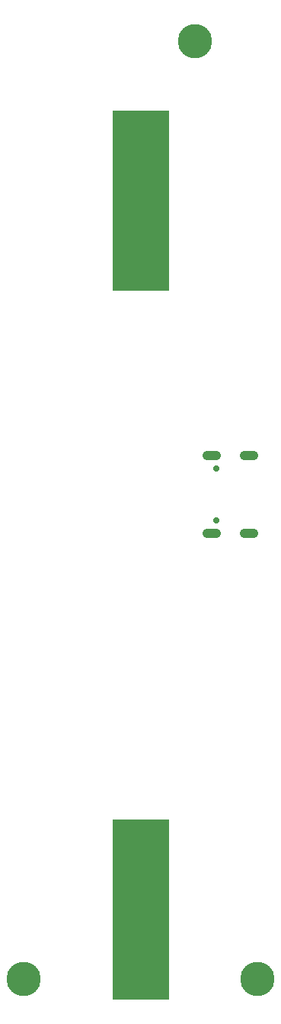
<source format=gbs>
G04 #@! TF.GenerationSoftware,KiCad,Pcbnew,(6.0.0-0)*
G04 #@! TF.CreationDate,2022-01-04T22:04:24+01:00*
G04 #@! TF.ProjectId,floaty,666c6f61-7479-42e6-9b69-6361645f7063,0.0.1a*
G04 #@! TF.SameCoordinates,Original*
G04 #@! TF.FileFunction,Soldermask,Bot*
G04 #@! TF.FilePolarity,Negative*
%FSLAX46Y46*%
G04 Gerber Fmt 4.6, Leading zero omitted, Abs format (unit mm)*
G04 Created by KiCad (PCBNEW (6.0.0-0)) date 2022-01-04 22:04:24*
%MOMM*%
%LPD*%
G01*
G04 APERTURE LIST*
%ADD10R,6.350000X20.000000*%
%ADD11C,0.700000*%
%ADD12O,2.100000X1.050000*%
%ADD13C,3.800000*%
G04 APERTURE END LIST*
D10*
X113000000Y-157330000D03*
X113000000Y-78670000D03*
D11*
X121402500Y-108362000D03*
X121402500Y-114142000D03*
D12*
X120872500Y-115572000D03*
X120872500Y-106932000D03*
X125052500Y-115572000D03*
X125052500Y-106932000D03*
D13*
X119000000Y-61000000D03*
X100000000Y-165000000D03*
X126000000Y-165000000D03*
M02*

</source>
